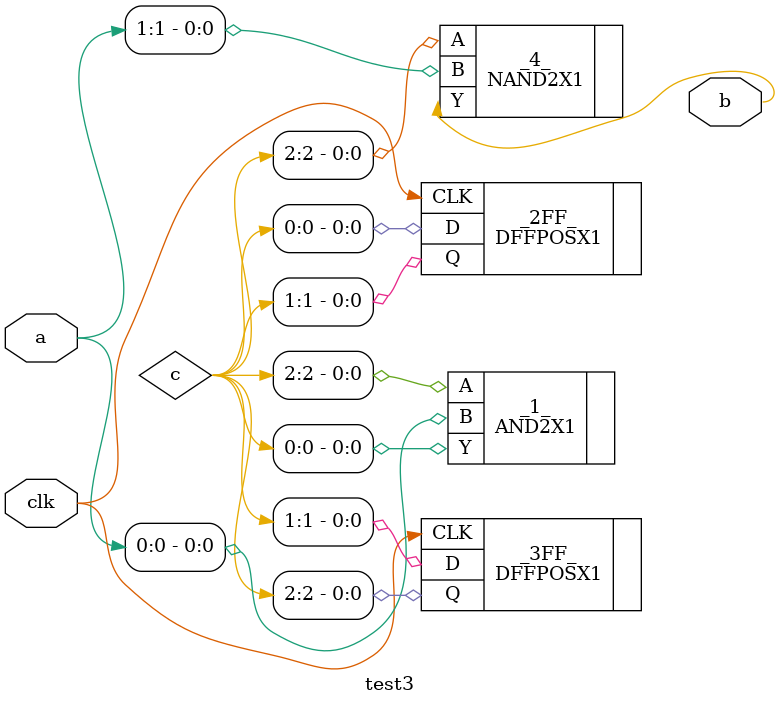
<source format=v>
module test3(a, b, clk);
  input [1:0] a;
  input clk;
  output b;
  wire [2:0] c;
  AND2X1 _1_(
    .A(c[2]),
    .B(a[0]),
    .Y(c[0])
  );
  DFFPOSX1 _2FF_(
    .D(c[0]),
    .CLK(clk),
    .Q(c[1])
  );
  DFFPOSX1 _3FF_(
    .D(c[1]),
    .CLK(clk),
    .Q(c[2])
  );
  NAND2X1 _4_(
    .A(c[2]),
    .B(a[1]),
    .Y(b)
  );
endmodule

</source>
